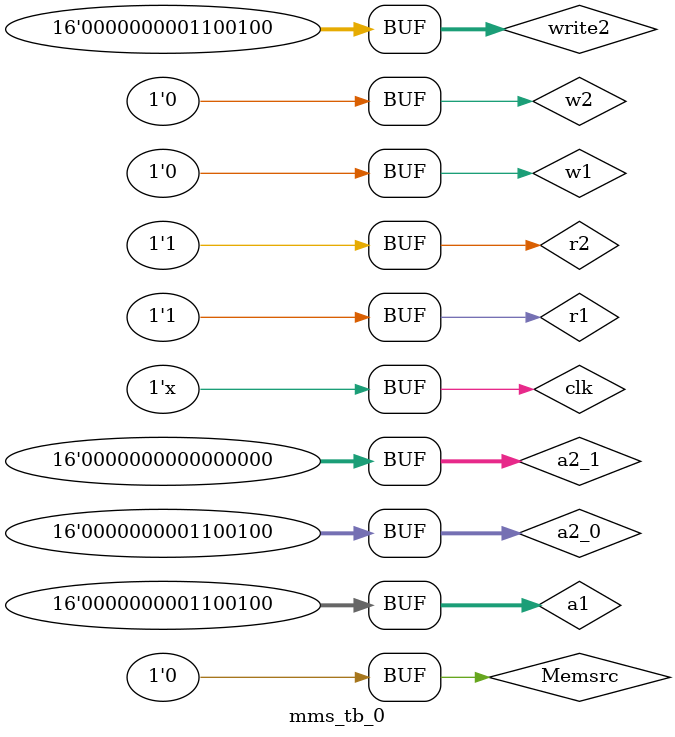
<source format=v>
`timescale 1ns / 1ps

module mms_tb_0;

	// Inputs
	reg clk;
	reg w1;
	reg w2;
	reg r1;
	reg r2;
	reg Memsrc;
	reg [15:0] a1;
	reg [15:0] a2_0;
	reg [15:0] a2_1;
	reg [15:0] write2;

	// Outputs
	wire [15:0] IR;
	wire [15:0] ImR;
	wire [15:0] Memout;

	// Instantiate the Unit Under Test (UUT)
	mms uut (
		.clk(clk), 
		.w1(w1), 
		.w2(w2), 
		.r1(r1), 
		.r2(r2), 
		.Memsrc(Memsrc), 
		.a1(a1), 
		.a2_0(a2_0), 
		.a2_1(a2_1), 
		.write2(write2), 
		.IR(IR), 
		.ImR(ImR), 
		.Memout(Memout)
	);

	initial begin
		// Initialize Inputs
		clk = 0;
		w1 = 0;
		w2 = 0;
		r1 = 0;
		r2 = 0;
		Memsrc = 0;
		a1 = 0;
		a2_0 = 0;
		a2_1 = 0;
		write2 = 0;

		// Wait 100 ns for global reset to finish
		#100;
		
		w2 = 1;
		repeat(100) begin
		#1;
		a2_0 = a2_0 + 1;
		write2 = write2 + 1;
		end
		
		w2 = 0;
		a2_0 = 0;
		#1;
		
		repeat(100) begin
			r1 = 1;
			r2 = 1;
			#1;
			
			if(IR == a1 && ImR == a2_0 && Memout == a2_0) begin
				$write("PASS");
			end else begin 
				$write("FAIL");
			end
			
			a1 = a1 + 1;
			a2_0 = a2_0 + 1;
			
		end

	end
	
	always clk = #0.5 ~clk;
      
endmodule


</source>
